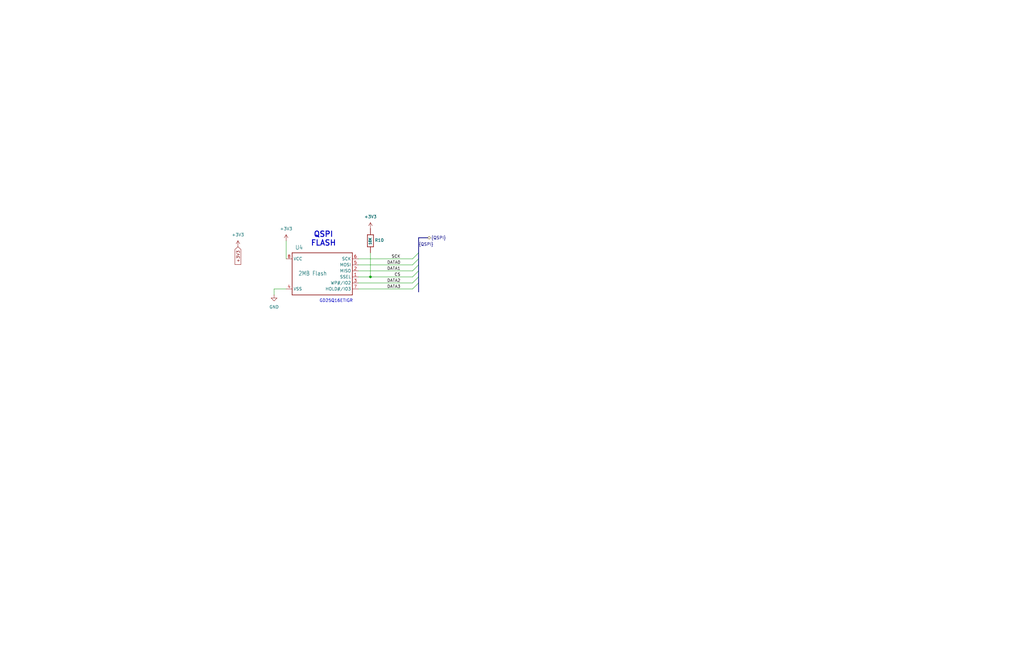
<source format=kicad_sch>
(kicad_sch (version 20231120) (generator "eeschema") (generator_version "8.0")
  (paper "B")
  (lib_symbols
    (symbol "power:+3V3" (power) (pin_numbers hide) (pin_names (offset 0) hide)
      (property "Value" "+3V3" (at 0 3.556 0))
      (symbol "+3V3_0_1"
        (polyline (pts (xy -0.762 1.27) (xy 0 2.54)))
        (polyline (pts (xy 0 0) (xy 0 2.54)))
        (polyline (pts (xy 0 2.54) (xy 0.762 1.27)))
      )
      (symbol "+3V3_1_1"
        (pin power_in line (at 0 0 90) (length 0) (name "~") (number "1"))
      )
    )
    (symbol "symbolLibrary:GND" (power) (pin_numbers hide) (pin_names (offset 0) hide)
      (property "Value" "GND" (at 0 -3.81 0))
      (symbol "GND_0_1"
        (polyline (pts (xy 0 0) (xy 0 -1.27) (xy 1.27 -1.27) (xy 0 -2.54) (xy -1.27 -1.27) (xy 0 -1.27)))
      )
      (symbol "GND_1_1"
        (pin power_in line (at 0 0 270) (length 0) (name "~") (number "1"))
      )
    )
    (symbol "symbolLibrary:RESISTOR_0603_NOOUT"
      (property "Reference" "R" (at 0 2.54 0))
      (symbol "RESISTOR_0603_NOOUT_1_0"
        (polyline (pts (xy -2.54 -1.27) (xy -2.54 1.27)) (stroke (width 0.254)))
        (polyline (pts (xy -2.54 1.27) (xy 2.54 1.27)) (stroke (width 0.254)))
        (polyline (pts (xy 2.54 -1.27) (xy -2.54 -1.27)) (stroke (width 0.254)))
        (polyline (pts (xy 2.54 1.27) (xy 2.54 -1.27)) (stroke (width 0.254)))
        (pin passive line (at -5.08 0 0) (length 2.54) (name "1") (number "1"))
        (pin passive line (at 5.08 0 180) (length 2.54) (name "2") (number "2"))
      )
    )
    (symbol "symbolLibrary:SPIFLASH_8PINUX"
      (property "Reference" "U" (at -12.7 12.7 0))
      (symbol "SPIFLASH_8PINUX_1_0"
        (polyline (pts (xy -12.7 -7.62) (xy -12.7 10.16)) (stroke (width 0.254)))
        (polyline (pts (xy -12.7 10.16) (xy 12.7 10.16)) (stroke (width 0.254)))
        (polyline (pts (xy 12.7 -7.62) (xy -12.7 -7.62)) (stroke (width 0.254)))
        (polyline (pts (xy 12.7 10.16) (xy 12.7 -7.62)) (stroke (width 0.254)))
        (pin bidirectional line (at -15.24 0 0) (length 2.54) (name "SSEL") (number "1"))
        (pin bidirectional line (at -15.24 2.54 0) (length 2.54) (name "MISO") (number "2"))
        (pin bidirectional line (at -15.24 -2.54 0) (length 2.54) (name "WP#/IO2") (number "3"))
        (pin bidirectional line (at 15.24 -5.08 180) (length 2.54) (name "VSS") (number "4"))
        (pin bidirectional line (at -15.24 5.08 0) (length 2.54) (name "MOSI") (number "5"))
        (pin bidirectional line (at -15.24 7.62 0) (length 2.54) (name "SCK") (number "6"))
        (pin bidirectional line (at -15.24 -5.08 0) (length 2.54) (name "HOLD#/IO3") (number "7"))
        (pin bidirectional line (at 15.24 7.62 180) (length 2.54) (name "VCC") (number "8"))
      )
    )
  )
  (junction (at 156.21 116.84))
  (bus_entry (at 173.99 114.3) (size 2.54 -2.54))
  (bus_entry (at 173.99 121.92) (size 2.54 -2.54))
  (bus_entry (at 173.99 111.76) (size 2.54 -2.54))
  (bus_entry (at 173.99 119.38) (size 2.54 -2.54))
  (bus_entry (at 173.99 109.22) (size 2.54 -2.54))
  (bus_entry (at 173.99 116.84) (size 2.54 -2.54))
  (bus (pts (xy 176.53 106.68) (xy 176.53 109.22)))
  (wire (pts (xy 120.65 101.6) (xy 120.65 109.22)) (stroke (width 0.1524)))
  (wire (pts (xy 151.13 114.3) (xy 173.99 114.3)) (stroke (width 0.1524)))
  (wire (pts (xy 156.21 106.68) (xy 156.21 116.84)) (stroke (width 0.1524)))
  (wire (pts (xy 173.99 121.92) (xy 151.13 121.92)) (stroke (width 0.1524)))
  (wire (pts (xy 151.13 116.84) (xy 156.21 116.84)) (stroke (width 0.1524)))
  (bus (pts (xy 176.53 116.84) (xy 176.53 119.38)))
  (wire (pts (xy 151.13 109.22) (xy 173.99 109.22)) (stroke (width 0.1524)))
  (bus (pts (xy 176.53 100.33) (xy 176.53 106.68)))
  (wire (pts (xy 151.13 111.76) (xy 173.99 111.76)) (stroke (width 0.1524)))
  (bus (pts (xy 176.53 109.22) (xy 176.53 111.76)))
  (wire (pts (xy 151.13 119.38) (xy 173.99 119.38)) (stroke (width 0.1524)))
  (bus (pts (xy 176.53 111.76) (xy 176.53 114.3)))
  (wire (pts (xy 156.21 116.84) (xy 173.99 116.84)) (stroke (width 0.1524)))
  (bus (pts (xy 176.53 114.3) (xy 176.53 116.84)))
  (bus (pts (xy 176.53 100.33) (xy 180.34 100.33)))
  (bus (pts (xy 176.53 119.38) (xy 176.53 123.19)))
  (wire (pts (xy 115.57 121.92) (xy 120.65 121.92)) (stroke (width 0.1524)))
  (wire (pts (xy 115.57 121.92) (xy 115.57 124.46)) (stroke (width 0.1524)))
  (text "QSPI\nFLASH" (at 136.398 100.838 0) (effects (font (size 2.286 2.286) (thickness 0.381) (bold yes))))
  (text "GD25Q16ETIGR" (at 141.732 127 0) (effects (font (size 1.27 1.27))))
  (label "{QSPI}" (at 176.53 104.14 0))
  (label "DATA2" (at 168.91 119.38 180) (effects (font (size 1.2446 1.2446))))
  (label "DATA1" (at 168.91 114.3 180) (effects (font (size 1.2446 1.2446))))
  (label "CS" (at 168.91 116.84 180) (effects (font (size 1.2446 1.2446))))
  (label "SCK" (at 168.91 109.22 180) (effects (font (size 1.2446 1.2446))))
  (label "DATA0" (at 168.91 111.76 180) (effects (font (size 1.2446 1.2446))))
  (label "DATA3" (at 168.91 121.92 180) (effects (font (size 1.2446 1.2446))))
  (global_label "+3V3" (shape input) (at 100.33 104.14 270) (property "Intersheetrefs" "${INTERSHEET_REFS}" (effects (hide yes))))
  (hierarchical_label "{QSPI}" (shape bidirectional) (at 180.34 100.33 0))
  (symbol (lib_id "power:+3V3") (at 100.33 104.14 0) (unit 1)
    (property "Reference" "#PWR035" (effects (hide yes)))
    (property "Value" "+3V3" (at 100.33 99.06 0))
    (property "Description" "Power symbol creates a global label with name \"+3V3\"" (effects (hide yes)))
  )
  (symbol (lib_id "power:+3V3") (at 120.65 101.6 0) (unit 1)
    (property "Reference" "#PWR037" (effects (hide yes)))
    (property "Value" "+3V3" (at 120.65 96.52 0))
    (property "Description" "Power symbol creates a global label with name \"+3V3\"" (effects (hide yes)))
  )
  (symbol (lib_id "symbolLibrary:GND") (at 115.57 124.46 0) (unit 1)
    (property "Reference" "#PWR036" (effects (hide yes)))
    (property "Value" "GND" (at 115.57 129.54 0))
    (property "Description" "Power symbol creates a global label with name \"GND\" , ground" (effects (hide yes)))
  )
  (symbol (lib_id "power:+3V3") (at 156.21 96.52 0) (unit 1)
    (property "Reference" "#PWR038" (effects (hide yes)))
    (property "Value" "+3V3" (at 156.21 91.44 0))
    (property "Description" "Power symbol creates a global label with name \"+3V3\"" (effects (hide yes)))
  )
  (symbol (lib_id "symbolLibrary:SPIFLASH_8PINUX") (at 135.89 116.84 0) (mirror y) (unit 1)
    (property "Reference" "U4" (at 127.762 105.41 0) (effects (font (size 1.778 1.5113)) (justify left bottom)))
    (property "Value" "2MB Flash" (at 137.922 116.332 0) (effects (font (size 1.778 1.5113)) (justify left bottom)))
    (property "Footprint" "Package_SO:SOIC-8_3.9x4.9mm_P1.27mm" (effects (hide yes)))
    (property "Datasheet" "https://www.gigadevice.com.cn/Public/Uploads/uploadfile/files/20220714/DS-00473-GD25Q16E-Rev1.2.pdf" (effects (hide yes)))
    (property "Description" "FLASH - NOR Memory IC 16Mbit SPI - Quad I/O 133 MHz 7 ns 8-USON (2x3)" (effects (hide yes)))
    (property "Mfr" "GigaDevice Semiconductor (HK) Limited" (effects (hide yes)))
    (property "Mfr P/N" "GD25Q16ETIGR" (effects (hide yes)))
    (property "Supplier_1" "Digikey" (effects (hide yes)))
    (property "Supplier_1 P/N" "1970-GD25Q16ETIGRCT-ND" (effects (hide yes)))
    (property "Supplier_1 Unit Price" "0.74" (effects (hide yes)))
    (property "Supplier_1 Price @ Qty" "0.59060" (effects (hide yes)))
    (property "Supplier 1 P/N" "1970-GD25Q16ETIGRCT-ND" (effects (hide yes)))
    (property "Supplier 1 Price @ Qty" "0.74" (effects (hide yes)))
    (property "Supplier 1 Unit Price" "0.74" (effects (hide yes)))
    (property "Supplier 1" "Digikey" (effects (hide yes)))
  )
  (symbol (lib_id "symbolLibrary:RESISTOR_0603_NOOUT") (at 156.21 101.6 270) (unit 1)
    (property "Reference" "R10" (at 157.988 102.108 90) (effects (justify left bottom)))
    (property "Value" "10K" (at 155.448 100.076 0) (effects (font (size 1.016 1.016) (bold yes)) (justify left bottom)))
    (property "Footprint" "Library:0603-NO" (effects (hide yes)))
    (property "Datasheet" "https://www.seielect.com/catalog/sei-rncp.pdf" (effects (hide yes)))
    (property "Description" "10 kOhms ±1% 0.125W, 1/8W Chip Resistor 0603 (1608 Metric) Anti-Sulfur Thin Film" (effects (hide yes)))
    (property "Mfr" "Stackpole Electronics Inc" (effects (hide yes)))
    (property "Mfr P/N" "RNCP0603FTD10K0" (effects (hide yes)))
    (property "Supplier_1" "Digikey" (effects (hide yes)))
    (property "Supplier_1 P/N" "RNCP0603FTD10K0CT-ND" (effects (hide yes)))
    (property "Supplier_1 Unit Price" "0.10" (effects (hide yes)))
    (property "Supplier_1 Price @ Qty" "0.0170" (effects (hide yes)))
    (property "Supplier 1 P/N" "RNCP0603FTD10K0CT-ND" (effects (hide yes)))
    (property "Supplier 1 Price @ Qty" "0.10" (effects (hide yes)))
    (property "Supplier 1 Unit Price" "0.10" (effects (hide yes)))
  )
)
</source>
